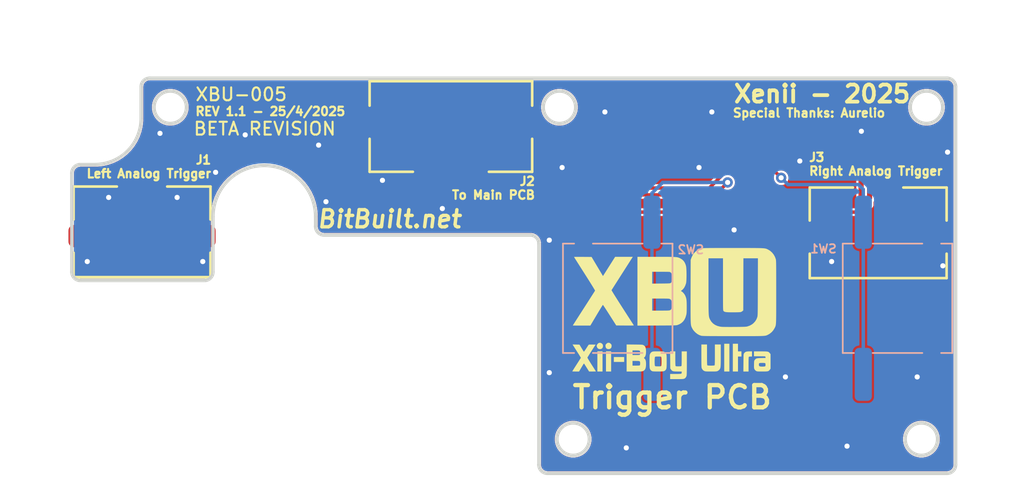
<source format=kicad_pcb>
(kicad_pcb (version 20241229) (generator "pcbnew") (generator_version "9.0")
  (layers (0 "F.Cu" signal) (2 "B.Cu" signal) (13 "F.Paste" user) (15 "B.Paste" user) (5 "F.SilkS" user "F.Silkscreen") (7 "B.SilkS" user "B.Silkscreen") (1 "F.Mask" user) (3 "B.Mask" user) (25 "Edge.Cuts" user))
  (net 0 "")
  (net 2 "+3V3")
  (net 3 "L")
  (net 4 "GND")
  (net 6 "LZ")
  (net 7 "R")
  (net 8 "RZ")
  (footprint "5051100592:CON_5051100592_MOL" (layer "F.Cu") (at 152.47 75.82)
    (property "Reference" "J3" (hide yes))
    (property "Value" "5051100592" (hide yes))
    (fp_line (start -3.999992 -2.65) (end -3.999992 -0.72004) (stroke (width 0.1524)) (layer "F.SilkS"))
    (fp_line (start -3.999992 1.220039) (end -3.999992 2.65) (stroke (width 0.1524)) (layer "F.SilkS"))
    (fp_line (start -3.999992 2.65) (end 3.999992 2.65) (stroke (width 0.1524)) (layer "F.SilkS"))
    (fp_line (start -1.470041 -2.65) (end -3.999992 -2.65) (stroke (width 0.1524)) (layer "F.SilkS"))
    (fp_line (start 3.999992 -2.65) (end 1.470041 -2.65) (stroke (width 0.1524)) (layer "F.SilkS"))
    (fp_line (start 3.999992 -0.72004) (end 3.999992 -2.65) (stroke (width 0.1524)) (layer "F.SilkS"))
    (fp_line (start 3.999992 2.65) (end 3.999992 1.220039) (stroke (width 0.1524)) (layer "F.SilkS"))
    (pad "1" smd roundrect (at -1.000001 -2.45) (size 0.3 1) (layers "F.Cu" "F.Mask" "F.Paste") (net 2 "+3V3"))
    (pad "2" smd roundrect (at -0.499999 -2.45) (size 0.3 1) (layers "F.Cu" "F.Mask" "F.Paste") (net 7 "R"))
    (pad "3" smd roundrect (at 0 -2.45) (size 0.3 1) (layers "F.Cu" "F.Mask" "F.Paste"))
    (pad "4" smd roundrect (at 0.499999 -2.45) (size 0.3 1) (layers "F.Cu" "F.Mask" "F.Paste") (net 4 "GND"))
    (pad "5" smd roundrect (at 1.000001 -2.45) (size 0.3 1) (layers "F.Cu" "F.Mask" "F.Paste"))
    (pad "P1" smd roundrect (at -3.299998 0.249999) (size 2 1.3) (layers "F.Cu" "F.Mask" "F.Paste") (net 4 "GND"))
    (pad "P2" smd roundrect (at 3.299998 0.249999) (size 2 1.3) (layers "F.Cu" "F.Mask" "F.Paste") (net 4 "GND"))
  )
  (footprint "5051100892:CON_5051100892_MOL" (layer "F.Cu") (at 127.5 69.6 180)
    (property "Reference" "J2" (hide yes))
    (property "Value" "5051100892" (hide yes))
    (fp_line (start 4.749991 2.65) (end 4.749991 1.220039) (stroke (width 0.1524)) (layer "F.SilkS"))
    (fp_line (start 4.749991 -0.72004) (end 4.749991 -2.65) (stroke (width 0.1524)) (layer "F.SilkS"))
    (fp_line (start 4.749991 -2.65) (end 2.220039 -2.65) (stroke (width 0.1524)) (layer "F.SilkS"))
    (fp_line (start -2.220039 -2.65) (end -4.749991 -2.65) (stroke (width 0.1524)) (layer "F.SilkS"))
    (fp_line (start -4.749991 2.65) (end 4.749991 2.65) (stroke (width 0.1524)) (layer "F.SilkS"))
    (fp_line (start -4.749991 1.220039) (end -4.749991 2.65) (stroke (width 0.1524)) (layer "F.SilkS"))
    (fp_line (start -4.749991 -2.65) (end -4.749991 -0.72004) (stroke (width 0.1524)) (layer "F.SilkS"))
    (pad "1" smd roundrect (at -1.749999 -2.45 180) (size 0.3 1) (layers "F.Cu" "F.Mask" "F.Paste") (net 4 "GND"))
    (pad "2" smd roundrect (at -1.25 -2.45 180) (size 0.3 1) (layers "F.Cu" "F.Mask" "F.Paste") (net 8 "RZ"))
    (pad "3" smd roundrect (at -0.750001 -2.45 180) (size 0.3 1) (layers "F.Cu" "F.Mask" "F.Paste") (net 6 "LZ"))
    (pad "4" smd roundrect (at -0.25 -2.45 180) (size 0.3 1) (layers "F.Cu" "F.Mask" "F.Paste") (net 4 "GND"))
    (pad "5" smd roundrect (at 0.25 -2.45 180) (size 0.3 1) (layers "F.Cu" "F.Mask" "F.Paste") (net 7 "R"))
    (pad "6" smd roundrect (at 0.750001 -2.45 180) (size 0.3 1) (layers "F.Cu" "F.Mask" "F.Paste") (net 3 "L"))
    (pad "7" smd roundrect (at 1.25 -2.45 180) (size 0.3 1) (layers "F.Cu" "F.Mask" "F.Paste") (net 4 "GND"))
    (pad "8" smd roundrect (at 1.749999 -2.45 180) (size 0.3 1) (layers "F.Cu" "F.Mask" "F.Paste") (net 2 "+3V3"))
    (pad "P1" smd roundrect (at -4.049997 0.249999 180) (size 2 1.3) (layers "F.Cu" "F.Mask" "F.Paste") (roundrect_rratio 0.1923076923) (net 4 "GND"))
    (pad "P2" smd roundrect (at 4.049997 0.249999 180) (size 2 1.3) (layers "F.Cu" "F.Mask" "F.Paste") (roundrect_rratio 0.1923076923) (net 4 "GND"))
  )
  (footprint "LOGO" (layer "F.Cu") (at 140.6 80.6)
    (property "Reference" "G***" (hide yes))
    (property "Value" "LOGO" (hide yes))
    (fp_poly (pts (xy -4.238122 2.744004) (xy -4.238122 3.333032) (xy -4.388971 3.333032) (xy -4.539819 3.333032) (xy -4.539819 2.744004) (xy -4.539819 2.154977) (xy -4.388971 2.154977) (xy -4.238122 2.154977)) (fill yes) (layer "F.SilkS"))
    (fp_poly (pts (xy -3.735294 2.744004) (xy -3.735294 3.333032) (xy -3.886143 3.333032) (xy -4.036991 3.333032) (xy -4.036991 2.744004) (xy -4.036991 2.154977) (xy -3.886143 2.154977) (xy -3.735294 2.154977)) (fill yes) (layer "F.SilkS"))
    (fp_poly (pts (xy -2.973869 2.629072) (xy -2.973869 2.772737) (xy -3.275566 2.772737) (xy -3.577263 2.772737) (xy -3.577263 2.629072) (xy -3.577263 2.485407) (xy -3.275566 2.485407) (xy -2.973869 2.485407)) (fill yes) (layer "F.SilkS"))
    (fp_poly (pts (xy 3.175 2.521323) (xy 3.175 3.333032) (xy 3.024151 3.333032) (xy 2.873303 3.333032) (xy 2.873303 2.521323) (xy 2.873303 1.709615) (xy 3.024151 1.709615) (xy 3.175 1.709615)) (fill yes) (layer "F.SilkS"))
    (fp_poly (pts (xy 3.677828 1.932296) (xy 3.677828 2.154977) (xy 3.778393 2.154977) (xy 3.878959 2.154977) (xy 3.878959 2.305826) (xy 3.878959 2.456674) (xy 3.778393 2.456674) (xy 3.677828 2.456674) (xy 3.677828 2.894853) (xy 3.677828 3.333032) (xy 3.526979 3.333032) (xy 3.376131 3.333032) (xy 3.376131 2.521323) (xy 3.376131 1.709615) (xy 3.526979 1.709615) (xy 3.677828 1.709615)) (fill yes) (layer "F.SilkS"))
    (fp_poly (pts (xy -4.328245 1.66505) (xy -4.27463 1.699242) (xy -4.239824 1.733734) (xy -4.221881 1.767709) (xy -4.21353 1.815333) (xy -4.213171 1.818979) (xy -4.216405 1.896055) (xy -4.241676 1.957116) (xy -4.288017 1.99998) (xy -4.295118 2.003886) (xy -4.362036 2.023717) (xy -4.432847 2.020184) (xy -4.496574 1.993864) (xy -4.497511 1.993237) (xy -4.538304 1.953829) (xy -4.565627 1.89635) (xy -4.567193 1.891429) (xy -4.579154 1.848235) (xy -4.580469 1.818297) (xy -4.570006 1.787759) (xy -4.556579 1.76145) (xy -4.511003 1.700121) (xy -4.454784 1.662956) (xy -4.39238 1.650938)) (fill yes) (layer "F.SilkS"))
    (fp_poly (pts (xy -3.844243 1.65545) (xy -3.810998 1.668994) (xy -3.774398 1.69824) (xy -3.764632 1.707391) (xy -3.730678 1.742271) (xy -3.713375 1.771193) (xy -3.70721 1.806482) (xy -3.706561 1.837195) (xy -3.715891 1.911648) (xy -3.744889 1.966724) (xy -3.79418 2.004863) (xy -3.853241 2.022138) (xy -3.920031 2.022117) (xy -3.979606 2.004932) (xy -3.982936 2.003189) (xy -4.028894 1.96242) (xy -4.057023 1.901375) (xy -4.065724 1.83022) (xy -4.06324 1.787937) (xy -4.052064 1.757122) (xy -4.026617 1.72597) (xy -4.007653 1.707391) (xy -3.968684 1.673927) (xy -3.935732 1.657376) (xy -3.896785 1.652276) (xy -3.886143 1.652149)) (fill yes) (layer "F.SilkS"))
    (fp_poly (pts (xy 4.496719 2.305826) (xy 4.496719 2.456674) (xy 4.413393 2.456674) (xy 4.36507 2.459491) (xy 4.327534 2.466762) (xy 4.312828 2.473914) (xy 4.30742 2.488129) (xy 4.303136 2.520148) (xy 4.299895 2.572026) (xy 4.297616 2.645818) (xy 4.296219 2.743578) (xy 4.295623 2.867361) (xy 4.295588 2.912093) (xy 4.295588 3.333032) (xy 4.144055 3.333032) (xy 3.992522 3.333032) (xy 3.996798 2.826612) (xy 3.99797 2.692632) (xy 3.999127 2.584294) (xy 4.000477 2.498504) (xy 4.002228 2.432173) (xy 4.004585 2.382208) (xy 4.007758 2.345518) (xy 4.011953 2.319011) (xy 4.017378 2.299597) (xy 4.024239 2.284184) (xy 4.032745 2.26968) (xy 4.034327 2.26715) (xy 4.070912 2.221339) (xy 4.117254 2.188944) (xy 4.178086 2.168247) (xy 4.258141 2.157527) (xy 4.343223 2.154977) (xy 4.496719 2.154977)) (fill yes) (layer "F.SilkS"))
    (fp_poly (pts (xy 0.014366 2.565367) (xy 0.014899 2.694045) (xy 0.016452 2.803255) (xy 0.018956 2.890969) (xy 0.022342 2.955159) (xy 0.026541 2.993796) (xy 0.029238 3.003546) (xy 0.038682 3.015952) (xy 0.054767 3.02403) (xy 0.083001 3.028685) (xy 0.128892 3.030819) (xy 0.197945 3.031335) (xy 0.198763 3.031335) (xy 0.281553 3.029588) (xy 0.338453 3.02443) (xy 0.36824 3.015983) (xy 0.370656 3.014095) (xy 0.376064 2.99988) (xy 0.380348 2.967861) (xy 0.383589 2.915983) (xy 0.385868 2.842191) (xy 0.387265 2.744431) (xy 0.387861 2.620648) (xy 0.387896 2.575916) (xy 0.387896 2.154977) (xy 0.538744 2.154977) (xy 0.689593 2.154977) (xy 0.689376 2.848162) (xy 0.689107 3.022563) (xy 0.688386 3.170031) (xy 0.687172 3.292363) (xy 0.685421 3.391356) (xy 0.683089 3.468805) (xy 0.680133 3.52651) (xy 0.676509 3.566265) (xy 0.672175 3.589868) (xy 0.67141 3.592272) (xy 0.636806 3.667314) (xy 0.59147 3.71974) (xy 0.541216 3.750549) (xy 0.520664 3.758811) (xy 0.497307 3.765233) (xy 0.467408 3.770046) (xy 0.427231 3.773482) (xy 0.373041 3.775773) (xy 0.301101 3.777149) (xy 0.207676 3.777842) (xy 0.096974 3.778078) (xy -0.287331 3.778394) (xy -0.287331 3.627545) (xy -0.287331 3.476697) (xy 0.022494 3.476697) (xy 0.128102 3.475999) (xy 0.217972 3.474001) (xy 0.28883 3.470847) (xy 0.337403 3.466682) (xy 0.360107 3.461825) (xy 0.380262 3.440642) (xy 0.38768 3.401463) (xy 0.387896 3.389992) (xy 0.387896 3.333032) (xy 0.150276 3.333032) (xy 0.045631 3.332021) (xy -0.034942 3.328056) (xy -0.096063 3.31974) (xy -0.142351 3.305674) (xy -0.178424 3.284462) (xy -0.208904 3.254706) (xy -0.238049 3.215537) (xy -0.280147 3.15345) (xy -0.284269 2.654214) (xy -0.288391 2.154977) (xy -0.137013 2.154977) (xy 0.014366 2.154977)) (fill yes) (layer "F.SilkS"))
    (fp_poly (pts (xy 1.867647 2.353235) (xy 1.867872 2.511571) (xy 1.868581 2.643037) (xy 1.869827 2.749492) (xy 1.871661 2.832798) (xy 1.874136 2.894813) (xy 1.877303 2.937397) (xy 1.881213 2.962411) (xy 1.884887 2.970995) (xy 1.906475 2.978389) (xy 1.950064 2.983836) (xy 2.008984 2.987338) (xy 2.07657 2.988894) (xy 2.146153 2.988504) (xy 2.211066 2.986168) (xy 2.264643 2.981887) (xy 2.300215 2.975659) (xy 2.310136 2.970995) (xy 2.314675 2.95862) (xy 2.318428 2.930152) (xy 2.321449 2.883732) (xy 2.323788 2.8175) (xy 2.325497 2.729595) (xy 2.326629 2.618159) (xy 2.327234 2.481331) (xy 2.327375 2.353235) (xy 2.327375 1.752715) (xy 2.499774 1.752715) (xy 2.672172 1.752715) (xy 2.672172 2.396925) (xy 2.672069 2.560201) (xy 2.671591 2.697428) (xy 2.670486 2.811291) (xy 2.668499 2.904473) (xy 2.665378 2.979658) (xy 2.660869 3.039531) (xy 2.654718 3.086775) (xy 2.646672 3.124074) (xy 2.636478 3.154113) (xy 2.623882 3.179575) (xy 2.608632 3.203144) (xy 2.594225 3.222604) (xy 2.556234 3.260659) (xy 2.507807 3.294751) (xy 2.49197 3.303082) (xy 2.469367 3.312803) (xy 2.445588 3.320163) (xy 2.416415 3.325481) (xy 2.377631 3.329077) (xy 2.325019 3.33127) (xy 2.254361 3.332382) (xy 2.16144 3.332731) (xy 2.101259 3.332716) (xy 1.994145 3.332409) (xy 1.911552 3.331511) (xy 1.849268 3.329711) (xy 1.803082 3.326694) (xy 1.768783 3.322149) (xy 1.742159 3.315763) (xy 1.719 3.307223) (xy 1.711086 3.303736) (xy 1.648227 3.267411) (xy 1.601959 3.219743) (xy 1.564403 3.15345) (xy 1.558186 3.138355) (xy 1.553015 3.120625) (xy 1.548792 3.097625) (xy 1.545422 3.066721) (xy 1.542807 3.025276) (xy 1.540849 2.970655) (xy 1.539452 2.900223) (xy 1.538518 2.811346) (xy 1.53795 2.701386) (xy 1.537652 2.567711) (xy 1.537532 2.424349) (xy 1.537217 1.752715) (xy 1.702432 1.752715) (xy 1.867647 1.752715)) (fill yes) (layer "F.SilkS"))
    (fp_poly (pts (xy -2.366884 1.755405) (xy -2.238952 1.756716) (xy -2.136436 1.758052) (xy -2.056022 1.759646) (xy -1.994392 1.761729) (xy -1.948233 1.764531) (xy -1.914228 1.768285) (xy -1.889061 1.773221) (xy -1.869417 1.779571) (xy -1.85198 1.787566) (xy -1.843716 1.791898) (xy -1.788595 1.829913) (xy -1.747686 1.879391) (xy -1.719532 1.944075) (xy -1.702674 2.027707) (xy -1.695655 2.13403) (xy -1.695249 2.173098) (xy -1.701633 2.29384) (xy -1.721005 2.390025) (xy -1.753691 2.462892) (xy -1.781052 2.497167) (xy -1.823105 2.53922) (xy -1.786179 2.573371) (xy -1.748888 2.615885) (xy -1.722592 2.666843) (xy -1.705857 2.731412) (xy -1.697249 2.814761) (xy -1.695249 2.901083) (xy -1.700167 3.021218) (xy -1.715768 3.117282) (xy -1.743326 3.192354) (xy -1.784113 3.24951) (xy -1.839402 3.291829) (xy -1.861559 3.303305) (xy -1.880627 3.311613) (xy -1.900832 3.318215) (xy -1.925566 3.323304) (xy -1.958224 3.327076) (xy -2.002197 3.329727) (xy -2.06088 3.331453) (xy -2.137666 3.332448) (xy -2.235948 3.332909) (xy -2.35912 3.33303) (xy -2.377502 3.333032) (xy -2.830204 3.333032) (xy -2.830204 2.851753) (xy -2.485407 2.851753) (xy -2.485407 2.988235) (xy -2.279966 2.988235) (xy -2.184195 2.987112) (xy -2.115806 2.983677) (xy -2.073533 2.977833) (xy -2.057285 2.970995) (xy -2.047882 2.947519) (xy -2.041726 2.903993) (xy -2.040045 2.860786) (xy -2.041058 2.808009) (xy -2.046762 2.769832) (xy -2.061159 2.743893) (xy -2.088251 2.72783) (xy -2.132039 2.71928) (xy -2.196523 2.715881) (xy -2.285705 2.715271) (xy -2.286503 2.715271) (xy -2.485407 2.715271) (xy -2.485407 2.851753) (xy -2.830204 2.851753) (xy -2.830204 2.541972) (xy -2.830204 2.233993) (xy -2.485407 2.233993) (xy -2.485407 2.370475) (xy -2.279966 2.370475) (xy -2.184195 2.369352) (xy -2.115806 2.365917) (xy -2.073533 2.360073) (xy -2.057285 2.353235) (xy -2.047882 2.329594) (xy -2.041763 2.285283) (xy -2.040045 2.239329) (xy -2.040866 2.187796) (xy -2.046004 2.150556) (xy -2.059474 2.125288) (xy -2.08529 2.109671) (xy -2.127465 2.101383) (xy -2.190016 2.098104) (xy -2.276954 2.097512) (xy -2.285302 2.097511) (xy -2.485407 2.097511) (xy -2.485407 2.233993) (xy -2.830204 2.233993) (xy -2.830204 1.750913)) (fill yes) (layer "F.SilkS"))
    (fp_poly (pts (xy 5.003139 2.155667) (xy 5.129021 2.156085) (xy 5.229705 2.157308) (xy 5.308725 2.160029) (xy 5.369615 2.164944) (xy 5.415909 2.172745) (xy 5.451142 2.184126) (xy 5.478849 2.199782) (xy 5.502563 2.220406) (xy 5.525819 2.246691) (xy 5.537009 2.260468) (xy 5.581391 2.315676) (xy 5.581391 2.742865) (xy 5.581391 3.170053) (xy 5.540219 3.224033) (xy 5.513474 3.257783) (xy 5.488439 3.283728) (xy 5.460973 3.30289) (xy 5.426936 3.316291) (xy 5.382189 3.324954) (xy 5.32259 3.329902) (xy 5.244001 3.332157) (xy 5.14228 3.332742) (xy 5.100113 3.332742) (xy 4.99759 3.332531) (xy 4.919507 3.331786) (xy 4.861574 3.330126) (xy 4.819499 3.327172) (xy 4.78899 3.322548) (xy 4.765755 3.315872) (xy 4.745504 3.306768) (xy 4.733767 3.300411) (xy 4.674639 3.251191) (xy 4.643179 3.203674) (xy 4.630378 3.176818) (xy 4.62153 3.150852) (xy 4.616055 3.120089) (xy 4.613371 3.078846) (xy 4.612898 3.021436) (xy 4.614055 2.942175) (xy 4.614157 2.937008) (xy 4.898982 2.937008) (xy 4.903587 2.981517) (xy 4.920062 3.012412) (xy 4.952391 3.031918) (xy 5.004562 3.042258) (xy 5.08056 3.045653) (xy 5.093874 3.045701) (xy 5.156796 3.044194) (xy 5.211109 3.040153) (xy 5.248807 3.034298) (xy 5.259089 3.030829) (xy 5.276285 3.015163) (xy 5.284723 2.986776) (xy 5.286878 2.94032) (xy 5.283777 2.894074) (xy 5.275848 2.858759) (xy 5.269638 2.847443) (xy 5.244912 2.838474) (xy 5.192322 2.832734) (xy 5.112562 2.830292) (xy 5.090562 2.830204) (xy 5.013179 2.831103) (xy 4.959999 2.835479) (xy 4.926504 2.845849) (xy 4.90818 2.864731) (xy 4.900511 2.894641) (xy 4.898982 2.937008) (xy 4.614157 2.937008) (xy 4.614446 2.922431) (xy 4.616323 2.838998) (xy 4.618619 2.778946) (xy 4.62222 2.736923) (xy 4.628012 2.707581) (xy 4.636883 2.68557) (xy 4.649718 2.665541) (xy 4.659085 2.653044) (xy 4.687155 2.61895) (xy 4.715295 2.593309) (xy 4.748149 2.574806) (xy 4.790362 2.562126) (xy 4.846578 2.553953) (xy 4.921442 2.54897) (xy 5.019598 2.545864) (xy 5.039055 2.545426) (xy 5.286878 2.54003) (xy 5.286878 2.499889) (xy 5.279205 2.466056) (xy 5.264153 2.451028) (xy 5.24359 2.448471) (xy 5.198807 2.44621) (xy 5.134318 2.444361) (xy 5.054634 2.443043) (xy 4.96427 2.44237) (xy 4.92654 2.442308) (xy 4.611651 2.442308) (xy 4.611651 2.298642) (xy 4.611651 2.154977)) (fill yes) (layer "F.SilkS"))
    (fp_poly (pts (xy -5.788375 1.755912) (xy -5.585904 1.759898) (xy -5.463935 1.961029) (xy -5.422262 2.029356) (xy -5.385325 2.089179) (xy -5.355874 2.136102) (xy -5.336658 2.165732) (xy -5.330891 2.173707) (xy -5.319921 2.166155) (xy -5.296614 2.137911) (xy -5.263736 2.092729) (xy -5.224053 2.034361) (xy -5.193243 1.986942) (xy -5.149528 1.918895) (xy -5.110256 1.858593) (xy -5.078421 1.810569) (xy -5.057017 1.779358) (xy -5.050132 1.77025) (xy -5.034346 1.762403) (xy -5.001547 1.757447) (xy -4.948271 1.755151) (xy -4.871057 1.755282) (xy -4.836482 1.755884) (xy -4.639371 1.759898) (xy -4.688075 1.831731) (xy -4.714176 1.871015) (xy -4.750197 1.92634) (xy -4.793706 1.993863) (xy -4.842271 2.069743) (xy -4.893459 2.150138) (xy -4.944839 2.231206) (xy -4.993978 2.309106) (xy -5.038443 2.379995) (xy -5.075803 2.440032) (xy -5.103626 2.485375) (xy -5.119478 2.512182) (xy -5.122095 2.517267) (xy -5.116342 2.533489) (xy -5.096677 2.570772) (xy -5.064884 2.626113) (xy -5.022751 2.696507) (xy -4.972061 2.778952) (xy -4.914603 2.870444) (xy -4.877655 2.928379) (xy -4.816874 3.023332) (xy -4.761378 3.11038) (xy -4.712997 3.186624) (xy -4.673561 3.249167) (xy -4.644899 3.295112) (xy -4.628842 3.32156) (xy -4.626018 3.326882) (xy -4.639524 3.329102) (xy -4.676597 3.330965) (xy -4.732074 3.332313) (xy -4.800791 3.332985) (xy -4.825282 3.333032) (xy -5.024547 3.333032) (xy -5.107379 3.200141) (xy -5.14824 3.134821) (xy -5.189975 3.068492) (xy -5.226337 3.011068) (xy -5.242137 2.986319) (xy -5.271268 2.940628) (xy -5.295767 2.901695) (xy -5.309113 2.879966) (xy -5.315084 2.871763) (xy -5.322032 2.869421) (xy -5.331774 2.875501) (xy -5.346129 2.892564) (xy -5.366913 2.92317) (xy -5.395942 2.96988) (xy -5.435035 3.035254) (xy -5.486008 3.121853) (xy -5.510843 3.164225) (xy -5.609734 3.333032) (xy -5.807469 3.333032) (xy -5.8791 3.332549) (xy -5.939163 3.331223) (xy -5.982472 3.329241) (xy -6.003844 3.326788) (xy -6.005204 3.325959) (xy -5.997633 3.311103) (xy -5.976023 3.274822) (xy -5.942028 3.219761) (xy -5.897303 3.148563) (xy -5.843501 3.063873) (xy -5.782278 2.968334) (xy -5.753444 2.923586) (xy -5.712622 2.860087) (xy -5.664052 2.784165) (xy -5.615324 2.707693) (xy -5.590958 2.669313) (xy -5.502652 2.529972) (xy -5.548222 2.453815) (xy -5.62067 2.335277) (xy -5.706402 2.199761) (xy -5.735226 2.154977) (xy -5.763069 2.111581) (xy -5.80121 2.051747) (xy -5.844636 1.983356) (xy -5.888336 1.914286) (xy -5.888552 1.913944) (xy -5.990845 1.751926)) (fill yes) (layer "F.SilkS"))
    (fp_poly (pts (xy -0.878253 2.155507) (xy -0.789816 2.157647) (xy -0.721857 2.162228) (xy -0.670256 2.170077) (xy -0.630888 2.182022) (xy -0.599633 2.198892) (xy -0.572369 2.221517) (xy -0.55151 2.24337) (xy -0.533276 2.266118) (xy -0.518895 2.291574) (xy -0.507921 2.323288) (xy -0.499906 2.364811) (xy -0.494403 2.419694) (xy -0.490965 2.491486) (xy -0.489145 2.583738) (xy -0.488495 2.700002) (xy -0.488462 2.744004) (xy -0.488825 2.868925) (xy -0.490211 2.968668) (xy -0.493069 3.046785) (xy -0.497845 3.106827) (xy -0.504986 3.152344) (xy -0.514939 3.186887) (xy -0.528152 3.214006) (xy -0.545071 3.237252) (xy -0.55151 3.244639) (xy -0.578382 3.272168) (xy -0.605999 3.29334) (xy -0.63846 3.308969) (xy -0.679864 3.319868) (xy -0.734309 3.326849) (xy -0.805893 3.330726) (xy -0.898715 3.332311) (xy -0.994309 3.332469) (xy -1.109015 3.331669) (xy -1.197971 3.329627) (xy -1.264138 3.326175) (xy -1.31048 3.321143) (xy -1.339958 3.314363) (xy -1.344854 3.312457) (xy -1.409867 3.269108) (xy -1.4569 3.205637) (xy -1.479164 3.142749) (xy -1.484256 3.1035) (xy -1.48826 3.041846) (xy -1.491183 2.963032) (xy -1.493032 2.872308) (xy -1.493814 2.774922) (xy -1.493796 2.768308) (xy -1.193027 2.768308) (xy -1.191768 2.844139) (xy -1.188656 2.911827) (xy -1.183665 2.965234) (xy -1.176769 2.998221) (xy -1.174599 3.002797) (xy -1.164364 3.015131) (xy -1.148413 3.023317) (xy -1.121359 3.028186) (xy -1.077815 3.030573) (xy -1.012394 3.03131) (xy -0.99014 3.031335) (xy -0.918807 3.031117) (xy -0.87084 3.02975) (xy -0.840872 3.026162) (xy -0.823535 3.019282) (xy -0.813464 3.008038) (xy -0.806831 2.994742) (xy -0.79978 2.963805) (xy -0.794484 2.907951) (xy -0.791195 2.830958) (xy -0.790159 2.744004) (xy -0.791362 2.65079) (xy -0.794806 2.575213) (xy -0.800238 2.521053) (xy -0.806831 2.493266) (xy -0.814998 2.477556) (xy -0.826039 2.467142) (xy -0.845355 2.460935) (xy -0.878346 2.457847) (xy -0.930414 2.456789) (xy -0.98842 2.456674) (xy -1.061652 2.457275) (xy -1.111491 2.459564) (xy -1.14326 2.464267) (xy -1.162282 2.472112) (xy -1.172422 2.481816) (xy -1.180044 2.5063) (xy -1.185941 2.553329) (xy -1.190088 2.616765) (xy -1.192458 2.69047) (xy -1.193027 2.768308) (xy -1.493796 2.768308) (xy -1.493538 2.67612) (xy -1.49221 2.581152) (xy -1.489837 2.495265) (xy -1.486429 2.423707) (xy -1.48199 2.371727) (xy -1.478041 2.348925) (xy -1.44429 2.26915) (xy -1.392176 2.210387) (xy -1.349815 2.183385) (xy -1.328648 2.173805) (xy -1.304994 2.166637) (xy -1.274519 2.16154) (xy -1.232891 2.158168) (xy -1.175775 2.15618) (xy -1.098837 2.155231) (xy -0.997744 2.154978) (xy -0.99129 2.154977)) (fill yes) (layer "F.SilkS"))
    (fp_poly (pts (xy -2.491955 -3.339169) (xy -2.503436 -3.321326) (xy -2.528734 -3.281794) (xy -2.566403 -3.222841) (xy -2.614996 -3.146737) (xy -2.673066 -3.055753) (xy -2.739166 -2.952158) (xy -2.811848 -2.838221) (xy -2.889665 -2.716213) (xy -2.971171 -2.588403) (xy -3.054919 -2.457061) (xy -3.139461 -2.324457) (xy -3.22335 -2.19286) (xy -3.305139 -2.064541) (xy -3.383381 -1.941768) (xy -3.45663 -1.826813) (xy -3.523437 -1.721944) (xy -3.582357 -1.629431) (xy -3.631941 -1.551544) (xy -3.670743 -1.490553) (xy -3.697316 -1.448728) (xy -3.710213 -1.428338) (xy -3.711089 -1.426925) (xy -3.705168 -1.412208) (xy -3.68447 -1.374835) (xy -3.649885 -1.31624) (xy -3.602303 -1.237853) (xy -3.542613 -1.141105) (xy -3.471704 -1.027429) (xy -3.390465 -0.898256) (xy -3.299787 -0.755018) (xy -3.200559 -0.599146) (xy -3.093669 -0.432073) (xy -3.072913 -0.399719) (xy -2.973716 -0.245213) (xy -2.878802 -0.097483) (xy -2.789341 0.041659) (xy -2.706503 0.170397) (xy -2.631456 0.286918) (xy -2.565371 0.389407) (xy -2.509416 0.47605) (xy -2.464762 0.545033) (xy -2.432578 0.594542) (xy -2.414033 0.622762) (xy -2.409944 0.628716) (xy -2.411073 0.633556) (xy -2.424582 0.637402) (xy -2.452758 0.640319) (xy -2.497886 0.642372) (xy -2.562254 0.643626) (xy -2.648148 0.644147) (xy -2.757854 0.643997) (xy -2.893659 0.643244) (xy -2.916433 0.643083) (xy -3.437477 0.63931) (xy -3.820429 0.037596) (xy -3.896003 -0.080783) (xy -3.967142 -0.19151) (xy -4.032325 -0.292268) (xy -4.090032 -0.380737) (xy -4.138741 -0.4546) (xy -4.17693 -0.511537) (xy -4.203078 -0.549232) (xy -4.215665 -0.565364) (xy -4.216362 -0.565798) (xy -4.226037 -0.554149) (xy -4.248825 -0.520094) (xy -4.283272 -0.465993) (xy -4.327924 -0.394205) (xy -4.381324 -0.307091) (xy -4.44202 -0.207011) (xy -4.508555 -0.096324) (xy -4.579476 0.022611) (xy -4.589304 0.039166) (xy -4.949265 0.645809) (xy -5.462868 0.646151) (xy -5.581124 0.646057) (xy -5.689778 0.645637) (xy -5.785613 0.64493) (xy -5.865413 0.643973) (xy -5.92596 0.642806) (xy -5.964039 0.641465) (xy -5.976471 0.640069) (xy -5.968884 0.627288) (xy -5.946885 0.592134) (xy -5.911615 0.536395) (xy -5.864217 0.461859) (xy -5.805831 0.370312) (xy -5.7376 0.263542) (xy -5.660664 0.143336) (xy -5.576167 0.011481) (xy -5.485248 -0.130236) (xy -5.389051 -0.280027) (xy -5.329649 -0.372451) (xy -5.230616 -0.526587) (xy -5.136024 -0.673996) (xy -5.047033 -0.812859) (xy -4.964805 -0.941356) (xy -4.890498 -1.057668) (xy -4.825274 -1.159977) (xy -4.770292 -1.246463) (xy -4.726714 -1.315306) (xy -4.695699 -1.364688) (xy -4.678408 -1.39279) (xy -4.675123 -1.398624) (xy -4.681449 -1.413724) (xy -4.702253 -1.451256) (xy -4.736466 -1.509487) (xy -4.78302 -1.586683) (xy -4.840846 -1.681113) (xy -4.908876 -1.791044) (xy -4.986042 -1.914742) (xy -5.071276 -2.050476) (xy -5.163508 -2.196512) (xy -5.26167 -2.351118) (xy -5.286029 -2.389363) (xy -5.382328 -2.540567) (xy -5.474034 -2.684754) (xy -5.55999 -2.820093) (xy -5.639037 -2.944753) (xy -5.71002 -3.056901) (xy -5.77178 -3.154708) (xy -5.823161 -3.236342) (xy -5.863005 -3.299972) (xy -5.890156 -3.343767) (xy -5.903456 -3.365895) (xy -5.904638 -3.36826) (xy -5.890809 -3.370055) (xy -5.851466 -3.371508) (xy -5.789827 -3.372592) (xy -5.70911 -3.373278) (xy -5.612533 -3.373538) (xy -5.503313 -3.373345) (xy -5.391404 -3.372721) (xy -4.87817 -3.368948) (xy -4.545295 -2.810567) (xy -4.21242 -2.252186) (xy -4.163462 -2.329289) (xy -4.144915 -2.358551) (xy -4.113007 -2.408953) (xy -4.069729 -2.477348) (xy -4.017072 -2.560589) (xy -3.957027 -2.655527) (xy -3.891585 -2.759015) (xy -3.822738 -2.867905) (xy -3.807972 -2.891261) (xy -3.50144 -3.376131) (xy -2.984588 -3.376131) (xy -2.467736 -3.376131)) (fill yes) (layer "F.SilkS"))
    (fp_poly (pts (xy -1.095447 -3.375882) (xy -0.880807 -3.375806) (xy -0.692827 -3.375599) (xy -0.529435 -3.375136) (xy -0.388558 -3.374292) (xy -0.268124 -3.372944) (xy -0.166061 -3.370965) (xy -0.080295 -3.368233) (xy -0.008755 -3.364621) (xy 0.050633 -3.360006) (xy 0.09994 -3.354263) (xy 0.14124 -3.347267) (xy 0.176605 -3.338893) (xy 0.208108 -3.329018) (xy 0.23782 -3.317516) (xy 0.267816 -3.304262) (xy 0.293255 -3.292387) (xy 0.406328 -3.22477) (xy 0.498749 -3.137808) (xy 0.57103 -3.030832) (xy 0.623684 -2.903174) (xy 0.64144 -2.837387) (xy 0.651163 -2.778431) (xy 0.658946 -2.697358) (xy 0.664787 -2.599307) (xy 0.66868 -2.489417) (xy 0.670621 -2.372824) (xy 0.670607 -2.254667) (xy 0.668631 -2.140084) (xy 0.664692 -2.034213) (xy 0.658783 -1.942192) (xy 0.650901 -1.869159) (xy 0.642293 -1.824548) (xy 0.594685 -1.686322) (xy 0.53459 -1.570243) (xy 0.463087 -1.478077) (xy 0.396444 -1.421414) (xy 0.35984 -1.394104) (xy 0.347164 -1.376327) (xy 0.356989 -1.364103) (xy 0.373583 -1.357619) (xy 0.410914 -1.336223) (xy 0.4564 -1.29624) (xy 0.504191 -1.244171) (xy 0.548435 -1.186516) (xy 0.583283 -1.129777) (xy 0.589021 -1.118246) (xy 0.616118 -1.057094) (xy 0.637556 -0.998104) (xy 0.65396 -0.936813) (xy 0.665958 -0.868757) (xy 0.674176 -0.789474) (xy 0.679238 -0.694499) (xy 0.681773 -0.57937) (xy 0.682409 -0.452545) (xy 0.682074 -0.333698) (xy 0.680899 -0.239022) (xy 0.678627 -0.163961) (xy 0.675002 -0.103959) (xy 0.669769 -0.054459) (xy 0.662669 -0.010905) (xy 0.655746 0.02155) (xy 0.609631 0.174292) (xy 0.546837 0.304234) (xy 0.466121 0.412809) (xy 0.366239 0.501452) (xy 0.245949 0.571598) (xy 0.143665 0.61224) (xy 0.127671 0.617101) (xy 0.109376 0.621347) (xy 0.08678 0.62503) (xy 0.057886 0.628201) (xy 0.020696 0.63091) (xy -0.02679 0.633209) (xy -0.08657 0.635148) (xy -0.160641 0.636779) (xy -0.251002 0.638153) (xy -0.359651 0.639321) (xy -0.488587 0.640333) (xy -0.639808 0.641242) (xy -0.815312 0.642097) (xy -1.017097 0.64295) (xy -1.066714 0.643148) (xy -2.198077 0.647639) (xy -2.198077 -0.581844) (xy -1.336086 -0.581844) (xy -1.336086 -0.229864) (xy -0.839021 -0.229864) (xy -0.703347 -0.230013) (xy -0.593363 -0.230547) (xy -0.506024 -0.231596) (xy -0.438287 -0.233291) (xy -0.38711 -0.235764) (xy -0.349449 -0.239144) (xy -0.322262 -0.243563) (xy -0.302505 -0.249151) (xy -0.292461 -0.253351) (xy -0.257405 -0.273428) (xy -0.231622 -0.298509) (xy -0.213754 -0.333017) (xy -0.202445 -0.381375) (xy -0.196339 -0.448005) (xy -0.194081 -0.537331) (xy -0.193948 -0.574661) (xy -0.195334 -0.673573) (xy -0.200485 -0.748453) (xy -0.210893 -0.803912) (xy -0.228049 -0.84456) (xy -0.253446 -0.87501) (xy -0.288575 -0.899871) (xy -0.301473 -0.907057) (xy -0.316849 -0.914284) (xy -0.335179 -0.920086) (xy -0.35959 -0.92462) (xy -0.393209 -0.92804) (xy -0.439164 -0.930499) (xy -0.500581 -0.932152) (xy -0.580588 -0.933153) (xy -0.682312 -0.933657) (xy -0.808881 -0.933819) (xy -0.843809 -0.933824) (xy -1.336086 -0.933824) (xy -1.336086 -0.581844) (xy -2.198077 -0.581844) (xy -2.198077 -1.364246) (xy -2.198077 -2.154309) (xy -1.336086 -2.154309) (xy -1.336086 -1.808843) (xy -0.8153 -1.813104) (xy -0.673466 -1.814458) (xy -0.557741 -1.816051) (xy -0.465501 -1.818) (xy -0.394122 -1.820421) (xy -0.340979 -1.823432) (xy -0.30345 -1.827151) (xy -0.27891 -1.831694) (xy -0.264736 -1.837179) (xy -0.263863 -1.837733) (xy -0.235677 -1.859794) (xy -0.215197 -1.886021) (xy -0.201247 -1.92114) (xy -0.192648 -1.969878) (xy -0.188223 -2.03696) (xy -0.186795 -2.127112) (xy -0.186765 -2.147133) (xy -0.187702 -2.242336) (xy -0.191341 -2.313816) (xy -0.198926 -2.366545) (xy -0.211699 -2.405498) (xy -0.230905 -2.435646) (xy -0.257787 -2.461962) (xy -0.267431 -2.469772) (xy -0.278339 -2.477651) (xy -0.290955 -2.484015) (xy -0.308259 -2.489025) (xy -0.333233 -2.492843) (xy -0.368857 -2.495631) (xy -0.418114 -2.497551) (xy -0.483983 -2.498763) (xy -0.569446 -2.49943) (xy -0.677484 -2.499713) (xy -0.811079 -2.499774) (xy -0.820829 -2.499774) (xy -1.336086 -2.499774) (xy -1.336086 -2.154309) (xy -2.198077 -2.154309) (xy -2.198077 -3.376131)) (fill yes) (layer "F.SilkS"))
    (fp_poly (pts (xy 3.278098 -3.893092) (xy 3.396387 -3.893076) (xy 3.664475 -3.893054) (xy 3.90543 -3.893019) (xy 4.120854 -3.892895) (xy 4.312348 -3.892608) (xy 4.481512 -3.892082) (xy 4.629949 -3.891242) (xy 4.759257 -3.890014) (xy 4.871039 -3.888322) (xy 4.966896 -3.886091) (xy 5.048427 -3.883245) (xy 5.117235 -3.879711) (xy 5.174919 -3.875412) (xy 5.223082 -3.870274) (xy 5.263324 -3.864221) (xy 5.297245 -3.857179) (xy 5.326447 -3.849072) (xy 5.35253 -3.839826) (xy 5.377096 -3.829364) (xy 5.401746 -3.817613) (xy 5.428079 -3.804497) (xy 5.443054 -3.79707) (xy 5.562564 -3.72295) (xy 5.670404 -3.62576) (xy 5.762949 -3.510013) (xy 5.836572 -3.380223) (xy 5.886514 -3.245046) (xy 5.890212 -3.230261) (xy 5.893533 -3.213061) (xy 5.896497 -3.191913) (xy 5.899124 -3.165283) (xy 5.901435 -3.131635) (xy 5.903449 -3.089435) (xy 5.905187 -3.03715) (xy 5.906669 -2.973245) (xy 5.907915 -2.896185) (xy 5.908945 -2.804436) (xy 5.909778 -2.696464) (xy 5.910437 -2.570735) (xy 5.910939 -2.425713) (xy 5.911306 -2.259866) (xy 5.911557 -2.071657) (xy 5.911714 -1.859554) (xy 5.911795 -1.622021) (xy 5.911821 -1.357525) (xy 5.911821 -1.314536) (xy 5.91184 -1.041645) (xy 5.911856 -0.795929) (xy 5.911802 -0.57583) (xy 5.911615 -0.379789) (xy 5.91123 -0.206249) (xy 5.910583 -0.053651) (xy 5.909608 0.079563) (xy 5.908241 0.19495) (xy 5.906418 0.29407) (xy 5.904074 0.37848) (xy 5.901144 0.449738) (xy 5.897563 0.509402) (xy 5.893268 0.559031) (xy 5.888193 0.600183) (xy 5.882273 0.634415) (xy 5.875445 0.663286) (xy 5.867644 0.688355) (xy 5.858804 0.711178) (xy 5.848862 0.733315) (xy 5.837752 0.756322) (xy 5.82541 0.78176) (xy 5.82483 0.782975) (xy 5.747508 0.913575) (xy 5.648954 1.028223) (xy 5.532982 1.123023) (xy 5.437726 1.178335) (xy 5.412817 1.190723) (xy 5.39029 1.201863) (xy 5.36857 1.211819) (xy 5.346082 1.220657) (xy 5.321251 1.228443) (xy 5.292501 1.235242) (xy 5.258257 1.241118) (xy 5.216943 1.246139) (xy 5.166984 1.250368) (xy 5.106805 1.253871) (xy 5.034831 1.256714) (xy 4.949486 1.258961) (xy 4.849195 1.260679) (xy 4.732383 1.261933) (xy 4.597474 1.262787) (xy 4.442892 1.263308) (xy 4.267064 1.26356) (xy 4.068412 1.263609) (xy 3.845363 1.26352) (xy 3.59634 1.263359) (xy 3.391071 1.26323) (xy 3.12585 1.263056) (xy 2.887813 1.262841) (xy 2.67541 1.262562) (xy 2.487091 1.262198) (xy 2.321308 1.261729) (xy 2.17651 1.261133) (xy 2.051148 1.260388) (xy 1.943674 1.259473) (xy 1.852536 1.258367) (xy 1.776187 1.257049) (xy 1.713076 1.255497) (xy 1.661653 1.25369) (xy 1.62037 1.251607) (xy 1.587677 1.249226) (xy 1.562025 1.246526) (xy 1.541864 1.243486) (xy 1.525644 1.240084) (xy 1.515667 1.237437) (xy 1.406576 1.197601) (xy 1.307463 1.142005) (xy 1.210752 1.065991) (xy 1.162384 1.020315) (xy 1.093726 0.947038) (xy 1.042427 0.878778) (xy 1.001187 0.805801) (xy 1.00056 0.804525) (xy 0.986987 0.777152) (xy 0.97475 0.752249) (xy 0.963784 0.728268) (xy 0.954022 0.70366) (xy 0.945398 0.676877) (xy 0.937847 0.646371) (xy 0.931302 0.610592) (xy 0.925696 0.567993) (xy 0.920964 0.517026) (xy 0.91704 0.45614) (xy 0.913858 0.383789) (xy 0.911351 0.298424) (xy 0.909453 0.198496) (xy 0.908098 0.082457) (xy 0.907221 -0.051241) (xy 0.906755 -0.204148) (xy 0.906633 -0.377811) (xy 0.90679 -0.573778) (xy 0.90716 -0.793599) (xy 0.907676 -1.038822) (xy 0.908273 -1.310995) (xy 0.908366 -1.354639) (xy 0.912274 -3.19655) (xy 0.945279 -3.289932) (xy 1.953846 -3.289932) (xy 1.954347 -1.662924) (xy 1.954427 -1.400777) (xy 1.954547 -1.165716) (xy 1.954787 -0.956097) (xy 1.955225 -0.770272) (xy 1.955941 -0.606597) (xy 1.957012 -0.463425) (xy 1.958517 -0.33911) (xy 1.960536 -0.232007) (xy 1.963146 -0.140469) (xy 1.966426 -0.06285) (xy 1.970455 0.002496) (xy 1.975312 0.057214) (xy 1.981075 0.10295) (xy 1.987824 0.141351) (xy 1.995636 0.174062) (xy 2.00459 0.20273) (xy 2.014765 0.229001) (xy 2.026239 0.254519) (xy 2.039092 0.280932) (xy 2.048117 0.299145) (xy 2.123432 0.420371) (xy 2.219534 0.522209) (xy 2.335487 0.604075) (xy 2.470352 0.665384) (xy 2.623193 0.705554) (xy 2.722455 0.719201) (xy 2.761047 0.721406) (xy 2.824785 0.723265) (xy 2.910079 0.724749) (xy 3.013343 0.725826) (xy 3.13099 0.726464) (xy 3.259433 0.726632) (xy 3.395084 0.7263) (xy 3.48388 0.725811) (xy 3.64317 0.724598) (xy 3.776477 0.723219) (xy 3.88655 0.721572) (xy 3.976141 0.719552) (xy 4.047997 0.717057) (xy 4.10487 0.713981) (xy 4.149508 0.710222) (xy 4.184663 0.705676) (xy 4.213083 0.700238) (xy 4.222488 0.697969) (xy 4.368923 0.647172) (xy 4.499176 0.574091) (xy 4.587038 0.503288) (xy 4.686551 0.392646) (xy 4.760067 0.271223) (xy 4.804822 0.152192) (xy 4.809229 0.135975) (xy 4.813171 0.11902) (xy 4.816678 0.099692) (xy 4.819781 0.076356) (xy 4.822512 0.047378) (xy 4.8249 0.011122) (xy 4.826977 -0.034045) (xy 4.828772 -0.08976) (xy 4.830318 -0.157656) (xy 4.831644 -0.239369) (xy 4.832782 -0.336532) (xy 4.833762 -0.450782) (xy 4.834614 -0.583753) (xy 4.83537 -0.73708) (xy 4.83606 -0.912397) (xy 4.836716 -1.111339) (xy 4.837367 -1.335542) (xy 4.838044 -1.586639) (xy 4.838132 -1.619825) (xy 4.842535 -3.289932) (xy 4.418406 -3.289932) (xy 3.994278 -3.289932) (xy 3.990493 -1.765901) (xy 3.986708 -0.24187) (xy 3.940782 -0.200837) (xy 3.896806 -0.169965) (xy 3.847968 -0.14704) (xy 3.840217 -0.144632) (xy 3.809253 -0.14013) (xy 3.753119 -0.136255) (xy 3.67537 -0.133128) (xy 3.579565 -0.130872) (xy 3.469261 -0.129609) (xy 3.396697 -0.129379) (xy 3.259526 -0.1299) (xy 3.147961 -0.131825) (xy 3.058887 -0.135598) (xy 2.989193 -0.141669) (xy 2.935767 -0.150482) (xy 2.895494 -0.162485) (xy 2.865264 -0.178124) (xy 2.841964 -0.197847) (xy 2.830993 -0.210574) (xy 2.826296 -0.216892) (xy 2.822126 -0.224309) (xy 2.818451 -0.234479) (xy 2.815241 -0.249053) (xy 2.812462 -0.269684) (xy 2.810085 -0.298024) (xy 2.808079 -0.335726) (xy 2.80641 -0.384441) (xy 2.805049 -0.445823) (xy 2.803965 -0.521523) (xy 2.803125 -0.613194) (xy 2.802498 -0.722489) (xy 2.802054 -0.851059) (xy 2.801761 -1.000556) (xy 2.801587 -1.172635) (xy 2.801502 -1.368945) (xy 2.801473 -1.591141) (xy 2.80147 -1.769019) (xy 2.80147 -3.289932) (xy 2.377658 -3.289932) (xy 1.953846 -3.289932) (xy 0.945279 -3.289932) (xy 0.952702 -3.310934) (xy 1.018871 -3.459055) (xy 1.105197 -3.58739) (xy 1.210594 -3.694926) (xy 1.333978 -3.780649) (xy 1.474262 -3.843545) (xy 1.54578 -3.864946) (xy 1.563097 -3.869189) (xy 1.581133 -3.872987) (xy 1.601494 -3.876363) (xy 1.625785 -3.879343) (xy 1.655614 -3.881951) (xy 1.692587 -3.884211) (xy 1.738309 -3.886148) (xy 1.794387 -3.887786) (xy 1.862426 -3.889149) (xy 1.944034 -3.890262) (xy 2.040817 -3.891149) (xy 2.15438 -3.891835) (xy 2.28633 -3.892344) (xy 2.438273 -3.892701) (xy 2.611815 -3.89293) (xy 2.808562 -3.893055) (xy 3.030121 -3.893101)) (fill yes) (layer "F.SilkS"))
  )
  (footprint "5051100592:CON_5051100592_MOL" (layer "F.Cu") (at 109.449999 75.7619)
    (property "Reference" "J1" (hide yes))
    (property "Value" "5051100592" (hide yes))
    (fp_line (start -3.999992 -2.65) (end -3.999992 -0.72004) (stroke (width 0.1524)) (layer "F.SilkS"))
    (fp_line (start -3.999992 1.220039) (end -3.999992 2.65) (stroke (width 0.1524)) (layer "F.SilkS"))
    (fp_line (start -3.999992 2.65) (end 3.999992 2.65) (stroke (width 0.1524)) (layer "F.SilkS"))
    (fp_line (start -1.470041 -2.65) (end -3.999992 -2.65) (stroke (width 0.1524)) (layer "F.SilkS"))
    (fp_line (start 3.999992 -2.65) (end 1.470041 -2.65) (stroke (width 0.1524)) (layer "F.SilkS"))
    (fp_line (start 3.999992 -0.72004) (end 3.999992 -2.65) (stroke (width 0.1524)) (layer "F.SilkS"))
    (fp_line (start 3.999992 2.65) (end 3.999992 1.220039) (stroke (width 0.1524)) (layer "F.SilkS"))
    (pad "1" smd roundrect (at -1.000001 -2.45) (size 0.3 1) (layers "F.Cu" "F.Mask" "F.Paste") (net 2 "+3V3"))
    (pad "2" smd roundrect (at -0.499999 -2.45) (size 0.3 1) (layers "F.Cu" "F.Mask" "F.Paste") (net 3 "L"))
    (pad "3" smd roundrect (at 0 -2.45) (size 0.3 1) (layers "F.Cu" "F.Mask" "F.Paste"))
    (pad "4" smd roundrect (at 0.499999 -2.45) (size 0.3 1) (layers "F.Cu" "F.Mask" "F.Paste") (net 4 "GND"))
    (pad "5" smd roundrect (at 1.000001 -2.45) (size 0.3 1) (layers "F.Cu" "F.Mask" "F.Paste"))
    (pad "P1" smd roundrect (at -3.299998 0.249999) (size 2 1.3) (layers "F.Cu" "F.Mask" "F.Paste") (net 4 "GND"))
    (pad "P2" smd roundrect (at 3.299998 0.249999) (size 2 1.3) (layers "F.Cu" "F.Mask" "F.Paste") (net 4 "GND"))
  )
  (footprint "KSC201GLFS:KS201G" (layer "B.Cu") (at 137.25 79.65 90)
    (property "Reference" "SW1" (hide yes))
    (property "Value" "~" (hide yes))
    (fp_line (start 3.2 -3.2) (end 3.2 -2.55) (stroke (width 0.1)) (layer "B.SilkS"))
    (fp_line (start -3.2 -3.2) (end 3.2 -3.2) (stroke (width 0.1)) (layer "B.SilkS"))
    (fp_line (start -3.2 -2.55) (end -3.2 -3.2) (stroke (width 0.1)) (layer "B.SilkS"))
    (fp_line (start 3.2 -1.45) (end 3.2 1.45) (stroke (width 0.1)) (layer "B.SilkS"))
    (fp_line (start -3.2 1.45) (end -3.2 -1.45) (stroke (width 0.1)) (layer "B.SilkS"))
    (fp_line (start 3.2 2.55) (end 3.2 3.2) (stroke (width 0.1)) (layer "B.SilkS"))
    (fp_line (start 3.2 3.2) (end -3.2 3.2) (stroke (width 0.1)) (layer "B.SilkS"))
    (fp_line (start -3.2 3.2) (end -3.2 2.55) (stroke (width 0.1)) (layer "B.SilkS"))
    (pad "1" smd roundrect (at -4.45 2 90) (size 3.1 1) (layers "B.Cu" "B.Mask" "B.Paste") (net 6 "LZ"))
    (pad "2" smd roundrect (at 4.45 2 90) (size 3.1 1) (layers "B.Cu" "B.Mask" "B.Paste") (net 6 "LZ"))
    (pad "3" smd roundrect (at -4.45 -2 90) (size 3.1 1) (layers "B.Cu" "B.Mask" "B.Paste") (net 4 "GND"))
    (pad "4" smd roundrect (at 4.45 -2 90) (size 3.1 1) (layers "B.Cu" "B.Mask" "B.Paste") (net 4 "GND"))
  )
  (footprint "KSC201GLFS:KS201G" (layer "B.Cu") (at 153.6 79.65 -90)
    (property "Reference" "SW2" (hide yes))
    (property "Value" "~" (hide yes))
    (fp_line (start -3.2 3.2) (end -3.2 2.55) (stroke (width 0.1)) (layer "B.SilkS"))
    (fp_line (start 3.2 3.2) (end -3.2 3.2) (stroke (width 0.1)) (layer "B.SilkS"))
    (fp_line (start 3.2 2.55) (end 3.2 3.2) (stroke (width 0.1)) (layer "B.SilkS"))
    (fp_line (start -3.2 1.45) (end -3.2 -1.45) (stroke (width 0.1)) (layer "B.SilkS"))
    (fp_line (start 3.2 -1.45) (end 3.2 1.45) (stroke (width 0.1)) (layer "B.SilkS"))
    (fp_line (start -3.2 -2.55) (end -3.2 -3.2) (stroke (width 0.1)) (layer "B.SilkS"))
    (fp_line (start -3.2 -3.2) (end 3.2 -3.2) (stroke (width 0.1)) (layer "B.SilkS"))
    (fp_line (start 3.2 -3.2) (end 3.2 -2.55) (stroke (width 0.1)) (layer "B.SilkS"))
    (pad "1" smd roundrect (at -4.45 2 270) (size 3.1 1) (layers "B.Cu" "B.Mask" "B.Paste") (net 8 "RZ"))
    (pad "2" smd roundrect (at 4.45 2 270) (size 3.1 1) (layers "B.Cu" "B.Mask" "B.Paste") (net 8 "RZ"))
    (pad "3" smd roundrect (at -4.45 -2 270) (size 3.1 1) (layers "B.Cu" "B.Mask" "B.Paste") (net 4 "GND"))
    (pad "4" smd roundrect (at 4.45 -2 270) (size 3.1 1) (layers "B.Cu" "B.Mask" "B.Paste") (net 4 "GND"))
  )
  (gr_line (start 119.595 74.88111) (end 119.595 75.4511) (stroke (width 0.2)) (layer "Edge.Cuts"))
  (gr_line (start 156.495029 66.775) (end 109.894738 66.775) (stroke (width 0.2)) (layer "Edge.Cuts"))
  (gr_circle (center 111.1 68.475) (end 111.1 69.425) (stroke (width 0.2)) (fill no) (layer "Edge.Cuts"))
  (gr_line (start 113.595 78.1101) (end 113.595 74.88111) (stroke (width 0.2)) (layer "Edge.Cuts"))
  (gr_line (start 105.35 72.325) (end 105.35 78.116782) (stroke (width 0.2)) (layer "Edge.Cuts"))
  (gr_line (start 132.645 76.455223) (end 132.645 89.3911) (stroke (width 0.2)) (layer "Edge.Cuts"))
  (gr_circle (center 134.645 87.891111) (end 134.645 88.841111) (stroke (width 0.2)) (fill no) (layer "Edge.Cuts"))
  (gr_arc (start 109.4 67.275) (mid 109.546445 66.921436) (end 109.894738 66.775) (stroke (width 0.2)) (layer "Edge.Cuts"))
  (gr_line (start 109.4 67.275) (end 109.4 69.125) (stroke (width 0.2)) (layer "Edge.Cuts"))
  (gr_arc (start 105.35 72.325) (mid 105.496445 71.971436) (end 105.844738 71.825) (stroke (width 0.2)) (layer "Edge.Cuts"))
  (gr_arc (start 133.145029 89.891111) (mid 132.791461 89.744655) (end 132.645018 89.3911) (stroke (width 0.2)) (layer "Edge.Cuts"))
  (gr_line (start 156.995 89.391) (end 156.995 67.269615) (stroke (width 0.2)) (layer "Edge.Cuts"))
  (gr_arc (start 109.4 69.125) (mid 108.609188 71.034189) (end 106.7 71.825) (stroke (width 0.2)) (layer "Edge.Cuts"))
  (gr_arc (start 105.850129 78.610076) (mid 105.496474 78.463618) (end 105.35 78.116782) (stroke (width 0.2)) (layer "Edge.Cuts"))
  (gr_line (start 133.145029 89.891111) (end 156.502675 89.891111) (stroke (width 0.2)) (layer "Edge.Cuts"))
  (gr_circle (center 133.845 68.475) (end 133.845 69.425) (stroke (width 0.2)) (fill no) (layer "Edge.Cuts"))
  (gr_arc (start 132.145029 75.951111) (mid 132.498568 76.097548) (end 132.645 76.455223) (stroke (width 0.2)) (layer "Edge.Cuts"))
  (gr_arc (start 113.595 78.1101) (mid 113.44856 78.463635) (end 113.095 78.610076) (stroke (width 0.2)) (layer "Edge.Cuts"))
  (gr_arc (start 156.495029 66.775) (mid 156.848572 66.921436) (end 156.995 67.269615) (stroke (width 0.2)) (layer "Edge.Cuts"))
  (gr_line (start 106.7 71.825) (end 105.844738 71.825) (stroke (width 0.2)) (layer "Edge.Cuts"))
  (gr_line (start 119.595018 75.4511) (end 119.595 75.4511) (stroke (width 0.2)) (layer "Edge.Cuts"))
  (gr_line (start 132.645018 89.3911) (end 132.645 89.3911) (stroke (width 0.2)) (layer "Edge.Cuts"))
  (gr_line (start 120.095029 75.951111) (end 132.145029 75.951111) (stroke (width 0.2)) (layer "Edge.Cuts"))
  (gr_circle (center 154.995 87.891111) (end 154.995 88.841111) (stroke (width 0.2)) (fill no) (layer "Edge.Cuts"))
  (gr_arc (start 120.095029 75.951111) (mid 119.741461 75.804655) (end 119.595018 75.4511) (stroke (width 0.2)) (layer "Edge.Cuts"))
  (gr_arc (start 156.995 89.391) (mid 156.848548 89.744647) (end 156.502675 89.891111) (stroke (width 0.2)) (layer "Edge.Cuts"))
  (gr_arc (start 113.595 74.88111) (mid 116.594999 71.881111) (end 119.595 74.88111) (stroke (width 0.2)) (layer "Edge.Cuts"))
  (gr_line (start 105.850129 78.610076) (end 113.095 78.610076) (stroke (width 0.2)) (layer "Edge.Cuts"))
  (gr_circle (center 155.295 68.475) (end 155.295 69.425) (stroke (width 0.2)) (fill no) (layer "Edge.Cuts"))
  (gr_text "J3\nRight Analog Trigger" (at 148.37 72.5 0) (layer "F.SilkS") (effects (font (size 0.5 0.5) (thickness 0.125) (bold yes)) (justify left bottom)))
  (gr_text "Trigger PCB" (at 134.478326 86.2 0) (layer "F.SilkS") (effects (font (size 1.3 1.3) (thickness 0.25) (bold yes)) (justify left bottom)))
  (gr_text "XBU-005" (at 112.508 68.161 0) (layer "F.SilkS") (effects (font (size 0.75 0.75) (thickness 0.12)) (justify left bottom)))
  (gr_text "BitBuilt.net" (at 119.6 75.6 0) (layer "F.SilkS") (effects (font (size 1 1) (thickness 0.2) (bold yes) (italic yes)) (justify left bottom)))
  (gr_text "BETA REVISION" (at 112.4 70.17 0) (layer "F.SilkS") (effects (font (size 0.75 0.75) (thickness 0.12)) (justify left bottom)))
  (gr_text "J1\nLeft Analog Trigger" (at 113.55 72.65 0) (layer "F.SilkS") (effects (font (size 0.5 0.5) (thickness 0.125) (bold yes)) (justify right bottom)))
  (gr_text "REV 1.1 - 25/4/2025" (at 112.508 69.01 0) (layer "F.SilkS") (effects (font (size 0.5 0.5) (thickness 0.125) (bold yes)) (justify left bottom)))
  (gr_text "J2\nTo Main PCB" (at 132.475 73.9 0) (layer "F.SilkS") (effects (font (size 0.5 0.5) (thickness 0.125) (bold yes)) (justify right bottom)))
  (gr_text "Special Thanks: Aurelio" (at 143.92 69.1 0) (layer "F.SilkS") (effects (font (size 0.5 0.5) (thickness 0.12) (bold yes)) (justify left bottom)))
  (gr_text "Xenii - 2025" (at 143.93 68.28 0) (layer "F.SilkS") (effects (font (size 1 1) (thickness 0.22) (bold yes)) (justify left bottom)))
  (gr_text "SW1" (at 150.1 77.05 0) (layer "B.SilkS") (effects (font (size 0.5 0.5) (thickness 0.1) (bold yes)) (justify left bottom mirror)))
  (gr_text "SW2" (at 142.35 77.1 0) (layer "B.SilkS") (effects (font (size 0.5 0.5) (thickness 0.1) (bold yes)) (justify left bottom mirror)))
  (segment (start 126.426 70.67) (end 125.750001 71.345999) (width 0.3) (layer "F.Cu") (net 2))
  (segment (start 151.469999 72.099999) (end 150.04 70.67) (width 0.3) (layer "F.Cu") (net 2))
  (segment (start 108.449998 72.050002) (end 108.449998 73.3119) (width 0.3) (layer "F.Cu") (net 2))
  (segment (start 125.750001 71.345999) (end 125.750001 72.05) (width 0.3) (layer "F.Cu") (net 2))
  (segment (start 121.95 73.82) (end 118.88 70.75) (width 0.3) (layer "F.Cu") (net 2))
  (segment (start 109.75 70.75) (end 108.449998 72.050002) (width 0.3) (layer "F.Cu") (net 2))
  (segment (start 118.88 70.75) (end 109.75 70.75) (width 0.3) (layer "F.Cu") (net 2))
  (segment (start 125.27 73.82) (end 121.95 73.82) (width 0.3) (layer "F.Cu") (net 2))
  (segment (start 151.469999 73.37) (end 151.469999 72.099999) (width 0.3) (layer "F.Cu") (net 2))
  (segment (start 150.04 70.67) (end 126.426 70.67) (width 0.3) (layer "F.Cu") (net 2))
  (segment (start 125.750001 72.05) (end 125.750001 73.339999) (width 0.3) (layer "F.Cu") (net 2))
  (segment (start 125.750001 73.339999) (end 125.27 73.82) (width 0.3) (layer "F.Cu") (net 2))
  (segment (start 109.75 71.6) (end 108.95 72.4) (width 0.2) (layer "F.Cu") (net 3))
  (segment (start 108.95 72.4) (end 108.95 73.3119) (width 0.2) (layer "F.Cu") (net 3))
  (segment (start 126.749999 73.650001) (end 125.78 74.62) (width 0.2) (layer "F.Cu") (net 3))
  (segment (start 126.749999 72.05) (end 126.749999 73.650001) (width 0.2) (layer "F.Cu") (net 3))
  (segment (start 118.55 71.6) (end 109.75 71.6) (width 0.2) (layer "F.Cu") (net 3))
  (segment (start 125.78 74.62) (end 121.57 74.62) (width 0.2) (layer "F.Cu") (net 3))
  (segment (start 121.57 74.62) (end 118.55 71.6) (width 0.2) (layer "F.Cu") (net 3))
  (via (at 113 77.5) (size 0.6) (drill 0.3) (layers "F.Cu" "B.Cu") (net 4))
  (via (at 150.65 88.3) (size 0.6) (drill 0.3) (layers "F.Cu" "B.Cu") (net 4))
  (via (at 149.75 77.5) (size 0.6) (drill 0.3) (layers "F.Cu" "B.Cu") (net 4))
  (via (at 142 72) (size 0.6) (drill 0.3) (layers "F.Cu" "B.Cu") (net 4))
  (via (at 151.488 69.879) (size 0.6) (drill 0.3) (layers "F.Cu" "B.Cu") (net 4))
  (via (at 147.05 84.25) (size 0.6) (drill 0.3) (layers "F.Cu" "B.Cu") (net 4))
  (via (at 113.75 72.28) (size 0.6) (drill 0.3) (layers "F.Cu" "B.Cu") (net 4))
  (via (at 107.5 73.75) (size 0.6) (drill 0.3) (layers "F.Cu" "B.Cu") (net 4))
  (via (at 111.5 73.75) (size 0.6) (drill 0.3) (layers "F.Cu" "B.Cu") (net 4))
  (via (at 144.05 75.65) (size 0.6) (drill 0.3) (layers "F.Cu" "B.Cu") (net 4))
  (via (at 133.25 76.25) (size 0.6) (drill 0.3) (layers "F.Cu" "B.Cu") (net 4))
  (via (at 110.5 70) (size 0.6) (drill 0.3) (layers "F.Cu" "B.Cu") (net 4))
  (via (at 133.25 84) (size 0.6) (drill 0.3) (layers "F.Cu" "B.Cu") (net 4))
  (via (at 127 74.4) (size 0.6) (drill 0.3) (layers "F.Cu" "B.Cu") (net 4))
  (via (at 119.77 70.69) (size 0.6) (drill 0.3) (layers "F.Cu" "B.Cu") (net 4))
  (via (at 156.525 71.1) (size 0.6) (drill 0.3) (layers "F.Cu" "B.Cu") (net 4))
  (via (at 154.75 84.25) (size 0.6) (drill 0.3) (layers "F.Cu" "B.Cu") (net 4))
  (via (at 120.2 74) (size 0.6) (drill 0.3) (layers "F.Cu" "B.Cu") (net 4))
  (via (at 136.5 68.75) (size 0.6) (drill 0.3) (layers "F.Cu" "B.Cu") (net 4))
  (via (at 123.5 72.75) (size 0.6) (drill 0.3) (layers "F.Cu" "B.Cu") (net 4))
  (via (at 115.48 70.09) (size 0.6) (drill 0.3) (layers "F.Cu" "B.Cu") (net 4))
  (via (at 106.25 77.5) (size 0.6) (drill 0.3) (layers "F.Cu" "B.Cu") (net 4))
  (via (at 147.89 71.62) (size 0.6) (drill 0.3) (layers "F.Cu" "B.Cu") (net 4))
  (via (at 134 72) (size 0.6) (drill 0.3) (layers "F.Cu" "B.Cu") (net 4))
  (via (at 137.75 88.4) (size 0.6) (drill 0.3) (layers "F.Cu" "B.Cu") (net 4))
  (via (at 156.25 77.75) (size 0.6) (drill 0.3) (layers "F.Cu" "B.Cu") (net 4))
  (via (at 142.75 68.75) (size 0.6) (drill 0.3) (layers "F.Cu" "B.Cu") (net 4))
  (segment (start 142.945292 73.6) (end 129.100001 73.6) (width 0.2) (layer "F.Cu") (net 6))
  (segment (start 129.100001 73.6) (end 128.250001 72.75) (width 0.2) (layer "F.Cu") (net 6))
  (segment (start 128.250001 72.75) (end 128.250001 72.05) (width 0.2) (layer "F.Cu") (net 6))
  (segment (start 143.672646 72.872646) (end 142.945292 73.6) (width 0.2) (layer "F.Cu") (net 6))
  (via (at 143.672646 72.872646) (size 0.6) (drill 0.3) (layers "F.Cu" "B.Cu") (net 6))
  (segment (start 139.877354 72.872646) (end 139.25 73.5) (width 0.2) (layer "B.Cu") (net 6))
  (segment (start 139.25 75.2) (end 139.25 84.1) (width 0.2) (layer "B.Cu") (net 6))
  (segment (start 139.25 73.5) (end 139.25 75.2) (width 0.2) (layer "B.Cu") (net 6))
  (segment (start 143.672646 72.872646) (end 139.877354 72.872646) (width 0.2) (layer "B.Cu") (net 6))
  (segment (start 151.970001 73.37) (end 151.970001 74.179999) (width 0.2) (layer "F.Cu") (net 7))
  (segment (start 151.54 74.61) (end 128.21 74.61) (width 0.2) (layer "F.Cu") (net 7))
  (segment (start 127.25 73.65) (end 127.25 72.05) (width 0.2) (layer "F.Cu") (net 7))
  (segment (start 151.970001 74.179999) (end 151.54 74.61) (width 0.2) (layer "F.Cu") (net 7))
  (segment (start 128.21 74.61) (end 127.25 73.65) (width 0.2) (layer "F.Cu") (net 7))
  (segment (start 129.2 73.2) (end 128.75 72.75) (width 0.2) (layer "F.Cu") (net 8))
  (segment (start 146.8 72.6) (end 146.4 72.2) (width 0.2) (layer "F.Cu") (net 8))
  (segment (start 142.600001 73.2) (end 129.2 73.2) (width 0.2) (layer "F.Cu") (net 8))
  (segment (start 128.75 72.75) (end 128.75 72.05) (width 0.2) (layer "F.Cu") (net 8))
  (segment (start 143.600001 72.2) (end 142.600001 73.2) (width 0.2) (layer "F.Cu") (net 8))
  (segment (start 146.4 72.2) (end 143.600001 72.2) (width 0.2) (layer "F.Cu") (net 8))
  (via (at 146.8 72.6) (size 0.6) (drill 0.3) (layers "F.Cu" "B.Cu") (net 8))
  (segment (start 146.8 72.6) (end 147.2 73) (width 0.2) (layer "B.Cu") (net 8))
  (segment (start 151.32 73) (end 151.6 73.28) (width 0.2) (layer "B.Cu") (net 8))
  (segment (start 147.2 73) (end 151.32 73) (width 0.2) (layer "B.Cu") (net 8))
  (segment (start 151.6 73.28) (end 151.6 84.1) (width 0.2) (layer "B.Cu") (net 8))
  (zone (net 4) (net_name "GND") (layers "F.Cu" "B.Cu") (connect_pads yes (clearance 0.127)) (min_thickness 0.127) (fill yes (thermal_gap 0.127) (thermal_bridge_width 0.127))
    (polygon (pts (xy 101.15 62.3) (xy 160.95 62.2) (xy 161 90.9) (xy 101.15 90.9)))
  )
)
</source>
